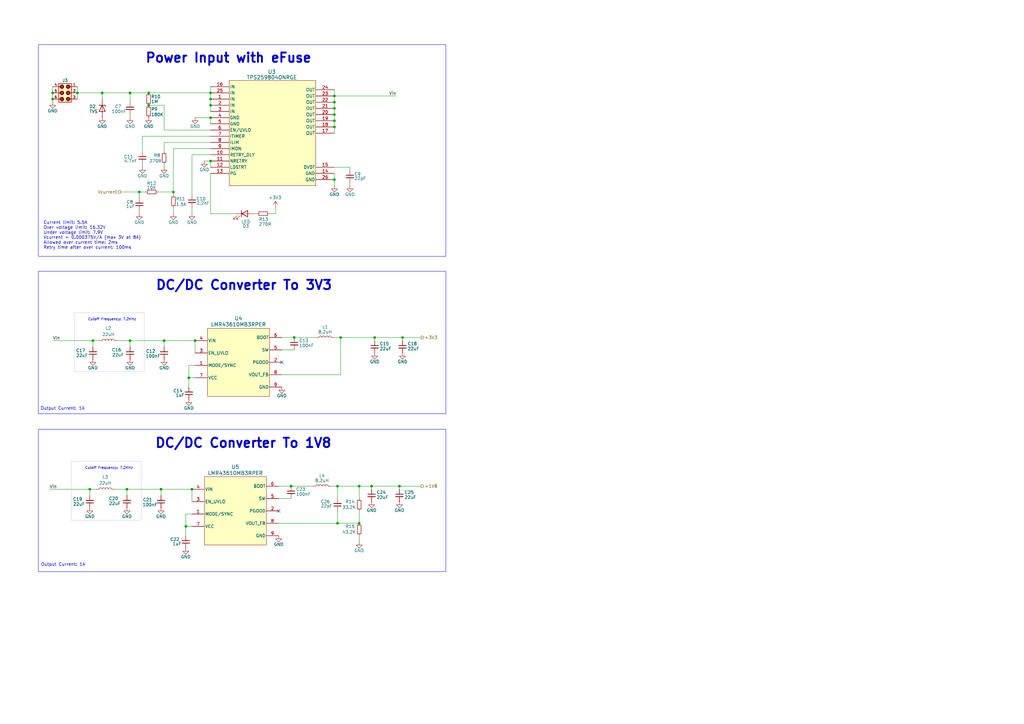
<source format=kicad_sch>
(kicad_sch (version 20231120) (generator "eeschema") (generator_version "8.0")
  (paper "A3")
  (lib_symbols
    (symbol "Device:C_Small" (pin_numbers hide) (pin_names (offset 0.254) hide)
      (property "Reference" "C" (at 0.254 1.778 0))
      (property "Value" "C_Small" (at 0.254 -2.032 0))
      (symbol "C_Small_0_1"
        (polyline (pts (xy -1.524 -0.508) (xy 1.524 -0.508)) (stroke (width 0.3302)))
        (polyline (pts (xy -1.524 0.508) (xy 1.524 0.508)) (stroke (width 0.3048)))
      )
      (symbol "C_Small_1_1"
        (pin passive line (at 0 2.54 270) (length 2.032) (name "~") (number "1"))
        (pin passive line (at 0 -2.54 90) (length 2.032) (name "~") (number "2"))
      )
    )
    (symbol "Device:L" (pin_numbers hide) (pin_names (offset 1.016) hide)
      (property "Reference" "L" (at -1.27 0 90))
      (property "Value" "L" (at 1.905 0 90))
      (symbol "L_0_1"
        (arc (start 0 -2.54) (mid 0.6323 -1.905) (end 0 -1.27))
        (arc (start 0 -1.27) (mid 0.6323 -0.635) (end 0 0))
        (arc (start 0 0) (mid 0.6323 0.635) (end 0 1.27))
        (arc (start 0 1.27) (mid 0.6323 1.905) (end 0 2.54))
      )
      (symbol "L_1_1"
        (pin passive line (at 0 3.81 270) (length 1.27) (name "1") (number "1"))
        (pin passive line (at 0 -3.81 90) (length 1.27) (name "2") (number "2"))
      )
    )
    (symbol "Device:LED" (pin_numbers hide) (pin_names (offset 1.016) hide)
      (property "Reference" "D" (at 0 2.54 0))
      (property "Value" "LED" (at 0 -2.54 0))
      (symbol "LED_0_1"
        (polyline (pts (xy -1.27 -1.27) (xy -1.27 1.27)) (stroke (width 0.254)))
        (polyline (pts (xy -1.27 0) (xy 1.27 0)))
        (polyline (pts (xy 1.27 -1.27) (xy 1.27 1.27) (xy -1.27 0) (xy 1.27 -1.27)) (stroke (width 0.254)))
        (polyline (pts (xy -3.048 -0.762) (xy -4.572 -2.286) (xy -3.81 -2.286) (xy -4.572 -2.286) (xy -4.572 -1.524)))
        (polyline (pts (xy -1.778 -0.762) (xy -3.302 -2.286) (xy -2.54 -2.286) (xy -3.302 -2.286) (xy -3.302 -1.524)))
      )
      (symbol "LED_1_1"
        (pin passive line (at -3.81 0 0) (length 2.54) (name "K") (number "1"))
        (pin passive line (at 3.81 0 180) (length 2.54) (name "A") (number "2"))
      )
    )
    (symbol "Device:R_Small" (pin_numbers hide) (pin_names (offset 0.254) hide)
      (property "Reference" "R" (at 0.762 0.508 0))
      (property "Value" "R_Small" (at 0.762 -1.016 0))
      (symbol "R_Small_0_1"
        (rectangle (start -0.762 1.778) (end 0.762 -1.778) (stroke (width 0.2032)))
      )
      (symbol "R_Small_1_1"
        (pin passive line (at 0 2.54 270) (length 0.762) (name "~") (number "1"))
        (pin passive line (at 0 -2.54 90) (length 0.762) (name "~") (number "2"))
      )
    )
    (symbol "Diode:Z3SMCxxx" (pin_numbers hide) (pin_names hide)
      (property "Reference" "D" (at 0 2.54 0))
      (property "Value" "Z3SMCxxx" (at 0 -2.54 0))
      (symbol "Z3SMCxxx_0_1"
        (polyline (pts (xy 1.27 0) (xy -1.27 0)))
        (polyline (pts (xy -1.27 -1.27) (xy -1.27 1.27) (xy -0.762 1.27)) (stroke (width 0.254)))
        (polyline (pts (xy 1.27 -1.27) (xy 1.27 1.27) (xy -1.27 0) (xy 1.27 -1.27)) (stroke (width 0.254)))
      )
      (symbol "Z3SMCxxx_1_1"
        (pin passive line (at -3.81 0 0) (length 2.54) (name "K") (number "1"))
        (pin passive line (at 3.81 0 180) (length 2.54) (name "A") (number "2"))
      )
    )
    (symbol "ichos:6490XX21122_64900621122" (pin_names (offset 1.016))
      (property "Reference" "J" (at -0.508 4.572 0))
      (symbol "6490XX21122_64900621122_0_0"
        (circle (center -1.27 -2.54) (radius 0.254) (stroke (width 0.635)))
        (circle (center -1.27 0) (radius 0.254) (stroke (width 0.635)))
        (circle (center -1.27 2.54) (radius 0.254) (stroke (width 0.635)))
        (polyline (pts (xy -1.27 -2.54) (xy -2.54 -2.54)) (stroke (width 0.254)))
        (polyline (pts (xy -1.27 0) (xy -2.54 0)) (stroke (width 0.254)))
        (polyline (pts (xy -1.27 2.54) (xy -2.54 2.54)) (stroke (width 0.254)))
        (polyline (pts (xy 1.27 -2.54) (xy 2.54 -2.54)) (stroke (width 0.254)))
        (polyline (pts (xy 1.27 0) (xy 2.54 0)) (stroke (width 0.254)))
        (polyline (pts (xy 1.27 2.54) (xy 2.54 2.54)) (stroke (width 0.254)))
        (circle (center 1.27 -2.54) (radius 0.254) (stroke (width 0.635)))
        (circle (center 1.27 0) (radius 0.254) (stroke (width 0.635)))
        (circle (center 1.27 2.54) (radius 0.254) (stroke (width 0.635)))
        (rectangle (start 2.54 -3.81) (end -2.54 3.81) (stroke (width 0.254)) (fill (type background)))
        (pin passive line (at 5.08 2.54 180) (length 2.54) (name "~") (number "1"))
        (pin passive line (at 5.08 0 180) (length 2.54) (name "~") (number "2"))
        (pin passive line (at 5.08 -2.54 180) (length 2.54) (name "~") (number "3"))
        (pin passive line (at -5.08 2.54 0) (length 2.54) (name "~") (number "4"))
        (pin passive line (at -5.08 0 0) (length 2.54) (name "~") (number "5"))
        (pin passive line (at -5.08 -2.54 0) (length 2.54) (name "~") (number "6"))
      )
    )
    (symbol "ichos:LMR43610MB3RPER" (pin_names (offset 0.254))
      (property "Reference" "U4" (at 0 17.78 0))
      (property "Value" "LMR43610MB3RPER" (at 0 15.24 0))
      (symbol "LMR43610MB3RPER_0_1"
        (pin open_collector line (at 17.78 -1.27 180) (length 5.08) (name "PGOOD") (number "2"))
        (pin input line (at -17.78 2.54 0) (length 5.08) (name "EN_UVLO") (number "3"))
        (pin power_in line (at -17.78 7.62 0) (length 5.08) (name "VIN") (number "4"))
        (pin unspecified line (at 17.78 3.81 180) (length 5.08) (name "SW") (number "5"))
        (pin unspecified line (at 17.78 8.89 180) (length 5.08) (name "BOOT") (number "6"))
        (pin power_in line (at -17.78 -7.62 0) (length 5.08) (name "VCC") (number "7"))
        (pin power_in line (at 17.78 -6.35 180) (length 5.08) (name "VOUT_FB") (number "8"))
        (pin power_in line (at 17.78 -11.43 180) (length 5.08) (name "GND") (number "9"))
      )
      (symbol "LMR43610MB3RPER_1_1"
        (rectangle (start -12.7 12.7) (end 12.7 -15.24) (fill (type background)))
        (pin unspecified line (at -17.78 -2.54 0) (length 5.08) (name "MODE/SYNC") (number "1"))
      )
    )
    (symbol "ichos:TPS259804ONRGER" (pin_names (offset 0.254))
      (property "Reference" "U3" (at 25.4 10.16 0))
      (property "Value" "TPS259804ONRGE" (at 25.4 7.62 0))
      (symbol "TPS259804ONRGER_0_1"
        (pin input line (at 0 0 0) (length 7.62) (name "IN") (number "1"))
        (pin output line (at 0 -22.86 0) (length 7.62) (name "RETRY_DLY") (number "10"))
        (pin output line (at 0 -25.4 0) (length 7.62) (name "NRETRY") (number "11"))
        (pin input line (at 0 -27.94 0) (length 7.62) (name "LDSTRT") (number "12"))
        (pin output line (at 0 -30.48 0) (length 7.62) (name "PG") (number "13"))
        (pin power_out line (at 50.8 -30.48 180) (length 7.62) (name "GND") (number "14"))
        (pin output line (at 50.8 -27.94 180) (length 7.62) (name "DVDT") (number "15"))
        (pin input line (at 0 5.08 0) (length 7.62) (name "IN") (number "16"))
        (pin output line (at 50.8 -13.97 180) (length 7.62) (name "OUT") (number "17"))
        (pin output line (at 50.8 -11.43 180) (length 7.62) (name "OUT") (number "18"))
        (pin output line (at 50.8 -8.89 180) (length 7.62) (name "OUT") (number "19"))
        (pin input line (at 0 -2.54 0) (length 7.62) (name "IN") (number "2"))
        (pin output line (at 50.8 -6.35 180) (length 7.62) (name "OUT") (number "20"))
        (pin output line (at 50.8 -3.81 180) (length 7.62) (name "OUT") (number "21"))
        (pin output line (at 50.8 -1.27 180) (length 7.62) (name "OUT") (number "22"))
        (pin output line (at 50.8 1.27 180) (length 7.62) (name "OUT") (number "23"))
        (pin output line (at 50.8 3.81 180) (length 7.62) (name "OUT") (number "24"))
        (pin input line (at 0 -5.08 0) (length 7.62) (name "IN") (number "3"))
        (pin power_out line (at 0 -7.62 0) (length 7.62) (name "GND") (number "4"))
        (pin power_out line (at 0 -10.16 0) (length 7.62) (name "GND") (number "5"))
        (pin input line (at 0 -12.7 0) (length 7.62) (name "EN/UVLO") (number "6"))
        (pin output line (at 0 -15.24 0) (length 7.62) (name "ITIMER") (number "7"))
        (pin output line (at 0 -17.78 0) (length 7.62) (name "ILIM") (number "8"))
        (pin output line (at 0 -20.32 0) (length 7.62) (name "IMON") (number "9"))
      )
      (symbol "TPS259804ONRGER_1_1"
        (rectangle (start 7.62 7.62) (end 43.18 -35.56) (fill (type background)))
        (pin power_out line (at 0 2.54 0) (length 7.62) (name "IN") (number "25"))
        (pin power_out line (at 50.8 -33.02 180) (length 7.62) (name "GND") (number "26"))
      )
    )
    (symbol "power:+3V3" (power) (pin_numbers hide) (pin_names (offset 0) hide)
      (property "Value" "+3V3" (at 0 3.556 0))
      (symbol "+3V3_0_1"
        (polyline (pts (xy -0.762 1.27) (xy 0 2.54)))
        (polyline (pts (xy 0 0) (xy 0 2.54)))
        (polyline (pts (xy 0 2.54) (xy 0.762 1.27)))
      )
      (symbol "+3V3_1_1"
        (pin power_in line (at 0 0 90) (length 0) (name "~") (number "1"))
      )
    )
    (symbol "power:GND" (power) (pin_numbers hide) (pin_names (offset 0) hide)
      (property "Value" "GND" (at 0 -3.81 0))
      (symbol "GND_0_1"
        (polyline (pts (xy 0 0) (xy 0 -1.27) (xy 1.27 -1.27) (xy 0 -2.54) (xy -1.27 -1.27) (xy 0 -1.27)))
      )
      (symbol "GND_1_1"
        (pin power_in line (at 0 0 270) (length 0) (name "~") (number "1"))
      )
    )
  )
  (junction (at 139.7 138.43))
  (junction (at 66.04 200.66))
  (junction (at 137.16 49.53))
  (junction (at 137.16 41.91))
  (junction (at 86.36 66.04))
  (junction (at 147.32 199.39))
  (junction (at 119.38 199.39))
  (junction (at 86.36 40.64))
  (junction (at 21.59 38.1))
  (junction (at 138.43 199.39))
  (junction (at 67.31 139.7))
  (junction (at 60.96 43.18))
  (junction (at 53.34 139.7))
  (junction (at 31.75 38.1))
  (junction (at 137.16 46.99))
  (junction (at 138.43 214.63))
  (junction (at 60.96 38.1))
  (junction (at 137.16 44.45))
  (junction (at 152.4 199.39))
  (junction (at 76.2 215.9))
  (junction (at 137.16 73.66))
  (junction (at 137.16 52.07))
  (junction (at 41.91 38.1))
  (junction (at 165.1 138.43))
  (junction (at 78.74 200.66))
  (junction (at 21.59 40.64))
  (junction (at 86.36 38.1))
  (junction (at 36.83 200.66))
  (junction (at 38.1 139.7))
  (junction (at 147.32 214.63))
  (junction (at 80.01 139.7))
  (junction (at 52.07 200.66))
  (junction (at 153.67 138.43))
  (junction (at 86.36 43.18))
  (junction (at 57.15 78.74))
  (junction (at 71.12 78.74))
  (junction (at 163.83 199.39))
  (junction (at 77.47 154.94))
  (junction (at 53.34 38.1))
  (junction (at 86.36 48.26))
  (junction (at 120.65 138.43))
  (junction (at 137.16 39.37))
  (no_connect (at 114.3 209.55))
  (no_connect (at 115.57 148.59))
  (wire (pts (xy 78.74 80.01) (xy 78.74 63.5)))
  (wire (pts (xy 86.36 53.34) (xy 67.31 53.34)))
  (wire (pts (xy 137.16 49.53) (xy 137.16 52.07)))
  (wire (pts (xy 152.4 200.66) (xy 152.4 199.39)))
  (wire (pts (xy 71.12 80.01) (xy 71.12 78.74)))
  (wire (pts (xy 21.59 139.7) (xy 38.1 139.7)))
  (wire (pts (xy 147.32 209.55) (xy 147.32 214.63)))
  (wire (pts (xy 137.16 73.66) (xy 137.16 76.2)))
  (wire (pts (xy 53.34 139.7) (xy 67.31 139.7)))
  (wire (pts (xy 21.59 40.64) (xy 21.59 41.91)))
  (wire (pts (xy 153.67 138.43) (xy 165.1 138.43)))
  (wire (pts (xy 147.32 199.39) (xy 152.4 199.39)))
  (wire (pts (xy 41.91 38.1) (xy 41.91 40.64)))
  (wire (pts (xy 67.31 142.24) (xy 67.31 139.7)))
  (wire (pts (xy 119.38 199.39) (xy 128.27 199.39)))
  (wire (pts (xy 67.31 58.42) (xy 86.36 58.42)))
  (wire (pts (xy 137.16 71.12) (xy 137.16 73.66)))
  (wire (pts (xy 113.03 85.09) (xy 113.03 87.63)))
  (wire (pts (xy 36.83 203.2) (xy 36.83 200.66)))
  (wire (pts (xy 76.2 210.82) (xy 76.2 215.9)))
  (wire (pts (xy 71.12 78.74) (xy 71.12 60.96)))
  (wire (pts (xy 67.31 43.18) (xy 60.96 43.18)))
  (wire (pts (xy 60.96 38.1) (xy 53.34 38.1)))
  (wire (pts (xy 137.16 44.45) (xy 137.16 46.99)))
  (wire (pts (xy 67.31 67.31) (xy 67.31 68.58)))
  (wire (pts (xy 78.74 85.09) (xy 78.74 87.63)))
  (wire (pts (xy 67.31 139.7) (xy 80.01 139.7)))
  (wire (pts (xy 53.34 139.7) (xy 53.34 142.24)))
  (wire (pts (xy 86.36 48.26) (xy 86.36 50.8)))
  (wire (pts (xy 38.1 139.7) (xy 40.64 139.7)))
  (wire (pts (xy 86.36 38.1) (xy 60.96 38.1)))
  (wire (pts (xy 66.04 200.66) (xy 78.74 200.66)))
  (wire (pts (xy 67.31 53.34) (xy 67.31 43.18)))
  (wire (pts (xy 20.32 200.66) (xy 36.83 200.66)))
  (wire (pts (xy 57.15 78.74) (xy 59.69 78.74)))
  (wire (pts (xy 36.83 200.66) (xy 39.37 200.66)))
  (wire (pts (xy 58.42 55.88) (xy 58.42 62.23)))
  (wire (pts (xy 138.43 199.39) (xy 147.32 199.39)))
  (wire (pts (xy 38.1 142.24) (xy 38.1 139.7)))
  (wire (pts (xy 143.51 69.85) (xy 143.51 68.58)))
  (wire (pts (xy 86.36 35.56) (xy 86.36 38.1)))
  (wire (pts (xy 143.51 74.93) (xy 143.51 76.2)))
  (wire (pts (xy 137.16 41.91) (xy 137.16 44.45)))
  (wire (pts (xy 143.51 68.58) (xy 137.16 68.58)))
  (wire (pts (xy 58.42 67.31) (xy 58.42 68.58)))
  (wire (pts (xy 162.56 39.37) (xy 137.16 39.37)))
  (wire (pts (xy 31.75 35.56) (xy 31.75 38.1)))
  (wire (pts (xy 53.34 48.26) (xy 53.34 46.99)))
  (wire (pts (xy 57.15 86.36) (xy 57.15 87.63)))
  (wire (pts (xy 86.36 87.63) (xy 86.36 71.12)))
  (wire (pts (xy 78.74 210.82) (xy 76.2 210.82)))
  (wire (pts (xy 49.53 78.74) (xy 57.15 78.74)))
  (wire (pts (xy 115.57 153.67) (xy 139.7 153.67)))
  (wire (pts (xy 46.99 200.66) (xy 52.07 200.66)))
  (wire (pts (xy 138.43 199.39) (xy 138.43 204.47)))
  (wire (pts (xy 78.74 200.66) (xy 78.74 205.74)))
  (wire (pts (xy 83.82 66.04) (xy 86.36 66.04)))
  (wire (pts (xy 165.1 138.43) (xy 165.1 139.7)))
  (wire (pts (xy 80.01 139.7) (xy 80.01 144.78)))
  (wire (pts (xy 163.83 199.39) (xy 163.83 200.66)))
  (wire (pts (xy 76.2 219.71) (xy 76.2 215.9)))
  (wire (pts (xy 137.16 46.99) (xy 137.16 49.53)))
  (wire (pts (xy 138.43 214.63) (xy 147.32 214.63)))
  (wire (pts (xy 115.57 138.43) (xy 120.65 138.43)))
  (wire (pts (xy 135.89 199.39) (xy 138.43 199.39)))
  (wire (pts (xy 114.3 214.63) (xy 138.43 214.63)))
  (wire (pts (xy 80.01 48.26) (xy 86.36 48.26)))
  (wire (pts (xy 137.16 52.07) (xy 137.16 54.61)))
  (wire (pts (xy 137.16 138.43) (xy 139.7 138.43)))
  (wire (pts (xy 104.14 87.63) (xy 105.41 87.63)))
  (wire (pts (xy 31.75 38.1) (xy 31.75 40.64)))
  (wire (pts (xy 86.36 66.04) (xy 86.36 68.58)))
  (wire (pts (xy 147.32 199.39) (xy 147.32 204.47)))
  (wire (pts (xy 77.47 158.75) (xy 77.47 154.94)))
  (wire (pts (xy 64.77 78.74) (xy 71.12 78.74)))
  (wire (pts (xy 86.36 45.72) (xy 86.36 43.18)))
  (wire (pts (xy 52.07 200.66) (xy 66.04 200.66)))
  (wire (pts (xy 21.59 35.56) (xy 21.59 38.1)))
  (wire (pts (xy 137.16 39.37) (xy 137.16 36.83)))
  (wire (pts (xy 153.67 139.7) (xy 153.67 138.43)))
  (wire (pts (xy 86.36 40.64) (xy 86.36 38.1)))
  (wire (pts (xy 66.04 203.2) (xy 66.04 200.66)))
  (wire (pts (xy 96.52 87.63) (xy 86.36 87.63)))
  (wire (pts (xy 114.3 199.39) (xy 119.38 199.39)))
  (wire (pts (xy 77.47 149.86) (xy 77.47 154.94)))
  (wire (pts (xy 53.34 38.1) (xy 41.91 38.1)))
  (wire (pts (xy 115.57 143.51) (xy 120.65 143.51)))
  (wire (pts (xy 120.65 138.43) (xy 129.54 138.43)))
  (wire (pts (xy 138.43 209.55) (xy 138.43 214.63)))
  (wire (pts (xy 114.3 204.47) (xy 119.38 204.47)))
  (wire (pts (xy 152.4 199.39) (xy 163.83 199.39)))
  (wire (pts (xy 139.7 138.43) (xy 153.67 138.43)))
  (wire (pts (xy 71.12 85.09) (xy 71.12 87.63)))
  (wire (pts (xy 86.36 55.88) (xy 58.42 55.88)))
  (wire (pts (xy 78.74 63.5) (xy 86.36 63.5)))
  (wire (pts (xy 80.01 149.86) (xy 77.47 149.86)))
  (wire (pts (xy 77.47 154.94) (xy 80.01 154.94)))
  (wire (pts (xy 165.1 138.43) (xy 172.72 138.43)))
  (wire (pts (xy 52.07 200.66) (xy 52.07 203.2)))
  (wire (pts (xy 31.75 38.1) (xy 41.91 38.1)))
  (wire (pts (xy 21.59 38.1) (xy 21.59 40.64)))
  (wire (pts (xy 53.34 41.91) (xy 53.34 38.1)))
  (wire (pts (xy 163.83 199.39) (xy 172.72 199.39)))
  (wire (pts (xy 67.31 62.23) (xy 67.31 58.42)))
  (wire (pts (xy 76.2 215.9) (xy 78.74 215.9)))
  (wire (pts (xy 48.26 139.7) (xy 53.34 139.7)))
  (wire (pts (xy 139.7 153.67) (xy 139.7 138.43)))
  (wire (pts (xy 86.36 43.18) (xy 86.36 40.64)))
  (wire (pts (xy 137.16 39.37) (xy 137.16 41.91)))
  (wire (pts (xy 147.32 219.71) (xy 147.32 222.25)))
  (wire (pts (xy 113.03 87.63) (xy 110.49 87.63)))
  (wire (pts (xy 57.15 81.28) (xy 57.15 78.74)))
  (wire (pts (xy 71.12 60.96) (xy 86.36 60.96)))
  (rectangle (start 29.21 189.23) (end 57.912 213.36) (stroke (width 0) (type dot)))
  (rectangle (start 30.48 128.27) (end 59.182 152.4) (stroke (width 0) (type dot)))
  (rectangle (start 15.748 18.288) (end 182.88 105.156))
  (rectangle (start 15.748 176.022) (end 182.88 234.442))
  (rectangle (start 15.748 111.252) (end 182.88 169.672))
  (text "Cutoff Frequency: 7.2KHz" (at 45.974 131.064 0) (effects (font (size 1.016 1.016))))
  (text "DC/DC Converter To 3V3" (at 100.076 117.094 0) (effects (font (size 3.81 3.81) (thickness 0.762) (bold yes))))
  (text "Output Current: 1A" (at 25.908 231.648 0) (effects (font (size 1.27 1.27))))
  (text "DC/DC Converter To 1V8" (at 99.822 181.864 0) (effects (font (size 3.81 3.81) (thickness 0.762) (bold yes))))
  (text "Current limit: 5.5A\nOver voltage limit: 16.32V\nUnder voltage limit: 7.9V\nVcurrent = 0.000375V/A (max 3V at 8A)\nAllowed over current time: 2ms\nRetry time after over current: 100ms" (at 17.78 96.52 0) (effects (font (size 1.27 1.27)) (justify left)))
  (text "Power Input with eFuse" (at 93.726 23.876 0) (effects (font (size 3.81 3.81) (thickness 0.762) (bold yes))))
  (text "Output Current: 1A" (at 25.654 167.64 0) (effects (font (size 1.27 1.27))))
  (text "Cutoff Frequency: 7.2KHz" (at 44.704 192.024 0) (effects (font (size 1.016 1.016))))
  (label "Vin" (at 162.56 39.37 180))
  (label "Vin" (at 21.59 139.7 0))
  (label "Vin" (at 20.32 200.66 0))
  (hierarchical_label "+1V8" (shape output) (at 172.72 199.39 0))
  (hierarchical_label "+3V3" (shape output) (at 172.72 138.43 0))
  (hierarchical_label "Vcurrent" (shape output) (at 49.53 78.74 180))
  (symbol (lib_id "Device:R_Small") (at 71.12 82.55 0) (unit 1)
    (property "Reference" "R11" (at 72.136 81.534 0) (effects (justify left)))
    (property "Value" "1.5K" (at 72.136 83.82 0) (effects (justify left)))
    (property "Footprint" "Resistor_SMD:R_0402_1005Metric" (effects (hide yes)))
    (property "Description" "Resistor, small symbol" (effects (hide yes)))
    (property "Rating" "1%" (effects (hide yes)))
    (property "Vendor" "https://eu.mouser.com/ProductDetail/YAGEO/RC0402FR-7D1K5L?qs=sGAEpiMZZMvdGkrng054tz1y1XEHv7sNLgcrBSSCgo8kujU7M6JZCQ%3D%3D" (effects (hide yes)))
  )
  (symbol (lib_id "Device:C_Small") (at 153.67 142.24 0) (unit 1)
    (property "Reference" "C15" (at 155.702 140.97 0) (effects (justify left)))
    (property "Value" "22uF" (at 155.702 143.002 0) (effects (justify left)))
    (property "Footprint" "Capacitor_SMD:C_1206_3216Metric" (effects (hide yes)))
    (property "Description" "Unpolarized capacitor, small symbol" (effects (hide yes)))
    (property "Rating" "25VDC 10% X7R" (effects (hide yes)))
    (property "Vendor" "https://eu.mouser.com/ProductDetail/Samsung-Electro-Mechanics/CL32B226KAJNNNE?qs=349EhDEZ59oxUqah7LWaWw%3D%3D" (effects (hide yes)))
  )
  (symbol (lib_id "Device:C_Small") (at 163.83 203.2 0) (unit 1)
    (property "Reference" "C25" (at 165.862 201.93 0) (effects (justify left)))
    (property "Value" "22uF" (at 165.862 203.962 0) (effects (justify left)))
    (property "Footprint" "Capacitor_SMD:C_1206_3216Metric" (effects (hide yes)))
    (property "Description" "Unpolarized capacitor, small symbol" (effects (hide yes)))
    (property "Rating" "25VDC 10% X7R" (effects (hide yes)))
    (property "Vendor" "https://eu.mouser.com/ProductDetail/Samsung-Electro-Mechanics/CL32B226KAJNNNE?qs=349EhDEZ59oxUqah7LWaWw%3D%3D" (effects (hide yes)))
  )
  (symbol (lib_id "Device:C_Small") (at 66.04 205.74 180) (unit 1)
    (property "Reference" "C21" (at 62.484 204.978 0) (effects (justify left)))
    (property "Value" "100nF" (at 64.516 207.01 0) (effects (justify left)))
    (property "Footprint" "Capacitor_SMD:C_0402_1005Metric" (effects (hide yes)))
    (property "Description" "Unpolarized capacitor, small symbol" (effects (hide yes)))
    (property "Rating" "50VDC 10% X7R" (effects (hide yes)))
    (property "Vendor" "https://eu.mouser.com/ProductDetail/KYOCERA-AVX/KAM15AR71H104KT?qs=Jm2GQyTW%2Fbh2%2FGRPGE98wA%3D%3D" (effects (hide yes)))
  )
  (symbol (lib_id "power:GND") (at 67.31 147.32 0) (unit 1)
    (property "Reference" "#PWR035" (effects (hide yes)))
    (property "Value" "GND" (at 67.31 150.876 0))
    (property "Description" "Power symbol creates a global label with name \"GND\" , ground" (effects (hide yes)))
  )
  (symbol (lib_id "power:GND") (at 53.34 48.26 0) (unit 1)
    (property "Reference" "#PWR021" (effects (hide yes)))
    (property "Value" "GND" (at 53.34 51.816 0))
    (property "Description" "Power symbol creates a global label with name \"GND\" , ground" (effects (hide yes)))
  )
  (symbol (lib_id "Device:R_Small") (at 60.96 40.64 0) (unit 1)
    (property "Reference" "R10" (at 61.976 39.624 0) (effects (justify left)))
    (property "Value" "1M" (at 61.976 41.656 0) (effects (justify left)))
    (property "Footprint" "Resistor_SMD:R_0402_1005Metric" (effects (hide yes)))
    (property "Description" "Resistor, small symbol" (effects (hide yes)))
    (property "Rating" "1%" (effects (hide yes)))
    (property "Vendor" "https://eu.mouser.com/ProductDetail/Vishay-Dale/CRCW04021M00FKEDC?qs=sGAEpiMZZMvdGkrng054t8r8AhKhXLMmarsLj82pc8NnUD3sE0K8gw%3D%3D" (effects (hide yes)))
  )
  (symbol (lib_id "Device:R_Small") (at 60.96 45.72 0) (unit 1)
    (property "Reference" "R9" (at 61.976 44.704 0) (effects (justify left)))
    (property "Value" "180K" (at 61.976 46.99 0) (effects (justify left)))
    (property "Footprint" "Resistor_SMD:R_0402_1005Metric" (effects (hide yes)))
    (property "Description" "Resistor, small symbol" (effects (hide yes)))
    (property "Rating" "1%" (effects (hide yes)))
    (property "Vendor" "https://eu.mouser.com/ProductDetail/Vishay-Dale/CRCW0402180KFKEDC?qs=sGAEpiMZZMvdGkrng054t8r8AhKhXLMmRvVZSOI3QYtuJXZaOJdOvg%3D%3D" (effects (hide yes)))
  )
  (symbol (lib_id "power:GND") (at 165.1 144.78 0) (unit 1)
    (property "Reference" "#PWR038" (effects (hide yes)))
    (property "Value" "GND" (at 165.1 148.336 0))
    (property "Description" "Power symbol creates a global label with name \"GND\" , ground" (effects (hide yes)))
  )
  (symbol (lib_id "Device:C_Small") (at 120.65 140.97 0) (unit 1)
    (property "Reference" "C13" (at 122.682 139.7 0) (effects (justify left)))
    (property "Value" "100nF" (at 122.682 141.732 0) (effects (justify left)))
    (property "Footprint" "Capacitor_SMD:C_0402_1005Metric" (effects (hide yes)))
    (property "Description" "Unpolarized capacitor, small symbol" (effects (hide yes)))
    (property "Rating" "50VDC 10% X7R" (effects (hide yes)))
    (property "Vendor" "https://eu.mouser.com/ProductDetail/KYOCERA-AVX/KAM15AR71H104KT?qs=Jm2GQyTW%2Fbh2%2FGRPGE98wA%3D%3D" (effects (hide yes)))
  )
  (symbol (lib_id "Device:R_Small") (at 62.23 78.74 270) (unit 1)
    (property "Reference" "R12" (at 60.198 75.184 90) (effects (justify left)))
    (property "Value" "10K" (at 60.198 76.962 90) (effects (justify left)))
    (property "Footprint" "Resistor_SMD:R_0402_1005Metric" (effects (hide yes)))
    (property "Description" "Resistor, small symbol" (effects (hide yes)))
    (property "Rating" "1%" (effects (hide yes)))
    (property "Vendor" "https://eu.mouser.com/ProductDetail/Vishay-Dale/CRCW040210K0FKEDC?qs=sGAEpiMZZMvdGkrng054t8r8AhKhXLMmRzRvL6rLfpm%252B44%252BFlSmM9Q%3D%3D" (effects (hide yes)))
  )
  (symbol (lib_id "power:GND") (at 52.07 208.28 0) (unit 1)
    (property "Reference" "#PWR040" (effects (hide yes)))
    (property "Value" "GND" (at 52.07 211.836 0))
    (property "Description" "Power symbol creates a global label with name \"GND\" , ground" (effects (hide yes)))
  )
  (symbol (lib_id "Device:C_Small") (at 77.47 161.29 180) (unit 1)
    (property "Reference" "C14" (at 74.93 160.274 0) (effects (justify left)))
    (property "Value" "1uF" (at 75.692 162.052 0) (effects (justify left)))
    (property "Footprint" "Capacitor_SMD:C_0603_1608Metric" (effects (hide yes)))
    (property "Description" "Unpolarized capacitor, small symbol" (effects (hide yes)))
    (property "Rating" "50VDC 10% X7R" (effects (hide yes)))
    (property "Vendor" "https://eu.mouser.com/ProductDetail/Samsung-Electro-Mechanics/CL10B105KB8NQNC?qs=Jm2GQyTW%2FbjBq1uiSyA2AQ%3D%3D" (effects (hide yes)))
  )
  (symbol (lib_id "Device:L") (at 43.18 200.66 90) (unit 1)
    (property "Reference" "L3" (at 43.18 195.58 90))
    (property "Value" "22uH" (at 43.18 198.12 90))
    (property "Footprint" "ichos:744053220" (effects (hide yes)))
    (property "Datasheet" "https://www.we-online.com/components/products/datasheet/744053220.pdf" (effects (hide yes)))
    (property "Description" "Inductor" (effects (hide yes)))
    (property "Vendor" "WE: 744053220" (effects (hide yes)))
  )
  (symbol (lib_id "power:GND") (at 137.16 76.2 0) (unit 1)
    (property "Reference" "#PWR026" (effects (hide yes)))
    (property "Value" "GND" (at 137.16 79.756 0))
    (property "Description" "Power symbol creates a global label with name \"GND\" , ground" (effects (hide yes)))
  )
  (symbol (lib_id "power:GND") (at 66.04 208.28 0) (unit 1)
    (property "Reference" "#PWR041" (effects (hide yes)))
    (property "Value" "GND" (at 66.04 211.836 0))
    (property "Description" "Power symbol creates a global label with name \"GND\" , ground" (effects (hide yes)))
  )
  (symbol (lib_id "power:GND") (at 153.67 144.78 0) (unit 1)
    (property "Reference" "#PWR034" (effects (hide yes)))
    (property "Value" "GND" (at 153.67 148.336 0))
    (property "Description" "Power symbol creates a global label with name \"GND\" , ground" (effects (hide yes)))
  )
  (symbol (lib_id "Device:C_Small") (at 78.74 82.55 0) (unit 1)
    (property "Reference" "C10" (at 80.518 81.534 0) (effects (justify left)))
    (property "Value" "2.2nF" (at 80.518 83.312 0) (effects (justify left)))
    (property "Footprint" "Capacitor_SMD:C_0402_1005Metric" (effects (hide yes)))
    (property "Description" "Unpolarized capacitor, small symbol" (effects (hide yes)))
    (property "Rating" "50V 10% X7R" (effects (hide yes)))
    (property "Vendor" "https://eu.mouser.com/ProductDetail/TDK/C1005X7R1H222K050BA?qs=NRhsANhppD9DKOaxmnLFog%3D%3D" (effects (hide yes)))
  )
  (symbol (lib_id "power:GND") (at 67.31 68.58 0) (unit 1)
    (property "Reference" "#PWR019" (effects (hide yes)))
    (property "Value" "GND" (at 67.31 72.136 0))
    (property "Description" "Power symbol creates a global label with name \"GND\" , ground" (effects (hide yes)))
  )
  (symbol (lib_id "power:GND") (at 80.01 48.26 0) (unit 1)
    (property "Reference" "#PWR030" (effects (hide yes)))
    (property "Value" "GND" (at 80.01 51.816 0))
    (property "Description" "Power symbol creates a global label with name \"GND\" , ground" (effects (hide yes)))
  )
  (symbol (lib_id "Device:C_Small") (at 58.42 64.77 0) (unit 1)
    (property "Reference" "C11" (at 50.8 64.262 0) (effects (justify left)))
    (property "Value" "4.7nF" (at 50.8 66.04 0) (effects (justify left)))
    (property "Footprint" "Capacitor_SMD:C_0402_1005Metric" (effects (hide yes)))
    (property "Description" "Unpolarized capacitor, small symbol" (effects (hide yes)))
    (property "Rating" "50V 5% X7R" (effects (hide yes)))
    (property "Vendor" "https://eu.mouser.com/ProductDetail/YAGEO/CC0402JRX7R9BB472?qs=7s%252B3O6pAiyBG5m5Utyk2rw%3D%3D" (effects (hide yes)))
  )
  (symbol (lib_id "power:GND") (at 21.59 41.91 0) (unit 1)
    (property "Reference" "#PWR048" (effects (hide yes)))
    (property "Value" "GND" (at 21.59 45.466 0))
    (property "Description" "Power symbol creates a global label with name \"GND\" , ground" (effects (hide yes)))
  )
  (symbol (lib_id "power:GND") (at 71.12 87.63 0) (unit 1)
    (property "Reference" "#PWR023" (effects (hide yes)))
    (property "Value" "GND" (at 71.12 91.186 0))
    (property "Description" "Power symbol creates a global label with name \"GND\" , ground" (effects (hide yes)))
  )
  (symbol (lib_id "power:GND") (at 38.1 147.32 0) (unit 1)
    (property "Reference" "#PWR037" (effects (hide yes)))
    (property "Value" "GND" (at 38.1 150.876 0))
    (property "Description" "Power symbol creates a global label with name \"GND\" , ground" (effects (hide yes)))
  )
  (symbol (lib_id "power:GND") (at 114.3 219.71 0) (unit 1)
    (property "Reference" "#PWR043" (effects (hide yes)))
    (property "Value" "GND" (at 114.3 223.266 0))
    (property "Description" "Power symbol creates a global label with name \"GND\" , ground" (effects (hide yes)))
  )
  (symbol (lib_id "ichos:TPS259804ONRGER") (at 86.36 40.64 0) (unit 1)
    (property "Reference" "U3" (at 111.506 29.464 0) (effects (font (size 1.524 1.524))))
    (property "Value" "TPS259804ONRGE" (at 111.506 31.75 0) (effects (font (size 1.524 1.524))))
    (property "Footprint" "ichos:TPS259804ONRGER" (effects (hide yes)))
    (property "Datasheet" "https://www.ti.com/lit/ds/symlink/tps25980.pdf?ts=1728155394790&ref_url=https%253A%252F%252Fwww.ti.com%252Fproduct%252FTPS25980" (effects (hide yes)))
    (property "Description" "Hot Swap Voltage Controllers 2.7-V to 24-V, 8-A, 3-mohm smart eFuse with adjustable transient fault management" (effects (hide yes)))
    (property "Vendor" "https://eu.mouser.com/ProductDetail/Texas-Instruments/TPS259804ONRGER?qs=hWgE7mdIu5Sl5MK8GP%2FeqA%3D%3D" (effects (hide yes)))
  )
  (symbol (lib_id "Device:C_Small") (at 57.15 83.82 180) (unit 1)
    (property "Reference" "C8" (at 54.61 82.804 0) (effects (justify left)))
    (property "Value" "1uF" (at 55.372 84.582 0) (effects (justify left)))
    (property "Footprint" "Capacitor_SMD:C_0603_1608Metric" (effects (hide yes)))
    (property "Description" "Unpolarized capacitor, small symbol" (effects (hide yes)))
    (property "Rating" "50VDC 10% X7R" (effects (hide yes)))
    (property "Vendor" "https://eu.mouser.com/ProductDetail/Samsung-Electro-Mechanics/CL10B105KB8NQNC?qs=Jm2GQyTW%2FbjBq1uiSyA2AQ%3D%3D" (effects (hide yes)))
  )
  (symbol (lib_id "Device:C_Small") (at 143.51 72.39 0) (unit 1)
    (property "Reference" "C9" (at 145.288 71.374 0) (effects (justify left)))
    (property "Value" "22pF" (at 145.288 73.152 0) (effects (justify left)))
    (property "Footprint" "Capacitor_SMD:C_0402_1005Metric" (effects (hide yes)))
    (property "Description" "Unpolarized capacitor, small symbol" (effects (hide yes)))
    (property "Rating" "100V 2% C0G" (effects (hide yes)))
    (property "Vendor" "https://eu.mouser.com/ProductDetail/Walsin/0402N220G101CT?qs=ZrPdAQfJ6DPfZDVwWbE5MA%3D%3D" (effects (hide yes)))
  )
  (symbol (lib_id "power:GND") (at 152.4 205.74 0) (unit 1)
    (property "Reference" "#PWR044" (effects (hide yes)))
    (property "Value" "GND" (at 152.4 209.296 0))
    (property "Description" "Power symbol creates a global label with name \"GND\" , ground" (effects (hide yes)))
  )
  (symbol (lib_id "power:GND") (at 147.32 222.25 0) (unit 1)
    (property "Reference" "#PWR047" (effects (hide yes)))
    (property "Value" "GND" (at 147.32 225.806 0))
    (property "Description" "Power symbol creates a global label with name \"GND\" , ground" (effects (hide yes)))
  )
  (symbol (lib_id "Device:C_Small") (at 76.2 222.25 180) (unit 1)
    (property "Reference" "C22" (at 73.66 221.234 0) (effects (justify left)))
    (property "Value" "1uF" (at 74.422 223.012 0) (effects (justify left)))
    (property "Footprint" "Capacitor_SMD:C_0603_1608Metric" (effects (hide yes)))
    (property "Description" "Unpolarized capacitor, small symbol" (effects (hide yes)))
    (property "Rating" "50VDC 10% X7R" (effects (hide yes)))
    (property "Vendor" "https://eu.mouser.com/ProductDetail/Samsung-Electro-Mechanics/CL10B105KB8NQNC?qs=Jm2GQyTW%2FbjBq1uiSyA2AQ%3D%3D" (effects (hide yes)))
  )
  (symbol (lib_id "Device:L") (at 133.35 138.43 90) (unit 1)
    (property "Reference" "L1" (at 133.35 134.112 90))
    (property "Value" "8.2uH" (at 133.35 136.144 90))
    (property "Footprint" "ichos:744042008" (effects (hide yes)))
    (property "Datasheet" "https://www.we-online.com/components/products/datasheet/744042008.pdf" (effects (hide yes)))
    (property "Description" "Inductor" (effects (hide yes)))
    (property "Vendor" "WE: 744042008" (effects (hide yes)))
  )
  (symbol (lib_id "power:GND") (at 57.15 87.63 0) (unit 1)
    (property "Reference" "#PWR024" (effects (hide yes)))
    (property "Value" "GND" (at 57.15 91.186 0))
    (property "Description" "Power symbol creates a global label with name \"GND\" , ground" (effects (hide yes)))
  )
  (symbol (lib_id "Device:C_Small") (at 165.1 142.24 0) (unit 1)
    (property "Reference" "C18" (at 167.132 140.97 0) (effects (justify left)))
    (property "Value" "22uF" (at 167.132 143.002 0) (effects (justify left)))
    (property "Footprint" "Capacitor_SMD:C_1206_3216Metric" (effects (hide yes)))
    (property "Description" "Unpolarized capacitor, small symbol" (effects (hide yes)))
    (property "Rating" "25VDC 10% X7R" (effects (hide yes)))
    (property "Vendor" "https://eu.mouser.com/ProductDetail/Samsung-Electro-Mechanics/CL32B226KAJNNNE?qs=349EhDEZ59oxUqah7LWaWw%3D%3D" (effects (hide yes)))
  )
  (symbol (lib_id "Device:C_Small") (at 152.4 203.2 0) (unit 1)
    (property "Reference" "C24" (at 154.432 201.93 0) (effects (justify left)))
    (property "Value" "22uF" (at 154.432 203.962 0) (effects (justify left)))
    (property "Footprint" "Capacitor_SMD:C_1206_3216Metric" (effects (hide yes)))
    (property "Description" "Unpolarized capacitor, small symbol" (effects (hide yes)))
    (property "Rating" "25VDC 10% X7R" (effects (hide yes)))
    (property "Vendor" "https://eu.mouser.com/ProductDetail/Samsung-Electro-Mechanics/CL32B226KAJNNNE?qs=349EhDEZ59oxUqah7LWaWw%3D%3D" (effects (hide yes)))
  )
  (symbol (lib_id "Device:R_Small") (at 107.95 87.63 270) (unit 1)
    (property "Reference" "R13" (at 106.172 89.916 90) (effects (justify left)))
    (property "Value" "270R" (at 106.172 91.948 90) (effects (justify left)))
    (property "Footprint" "Resistor_SMD:R_0402_1005Metric" (effects (hide yes)))
    (property "Description" "Resistor, small symbol" (effects (hide yes)))
    (property "Rating" "1%" (effects (hide yes)))
    (property "Vendor" "https://eu.mouser.com/ProductDetail/TE-Connectivity-Holsworthy/CRGCQ0402F270R?qs=sGAEpiMZZMvdGkrng054tz1y1XEHv7sN3y0GqixKbhsyb5sb00yFNg%3D%3D" (effects (hide yes)))
  )
  (symbol (lib_id "Device:LED") (at 100.33 87.63 0) (unit 1)
    (property "Reference" "D3" (at 100.838 92.71 0))
    (property "Value" "LED" (at 100.838 90.932 0))
    (property "Footprint" "LED_SMD:LED_0603_1608Metric" (effects (hide yes)))
    (property "Datasheet" "https://www.we-online.com/components/products/datasheet/150060VS75003.pdf" (effects (hide yes)))
    (property "Description" "Light emitting diode bright green" (effects (hide yes)))
    (property "Vendor" "WE: 150060VS75003" (effects (hide yes)))
  )
  (symbol (lib_id "power:GND") (at 78.74 87.63 0) (unit 1)
    (property "Reference" "#PWR028" (effects (hide yes)))
    (property "Value" "GND" (at 78.74 91.186 0))
    (property "Description" "Power symbol creates a global label with name \"GND\" , ground" (effects (hide yes)))
  )
  (symbol (lib_id "ichos:LMR43610MB3RPER") (at 96.52 208.28 0) (unit 1)
    (property "Reference" "U5" (at 96.52 191.516 0) (effects (font (size 1.524 1.524))))
    (property "Value" "LMR43610MB3RPER" (at 96.52 194.056 0) (effects (font (size 1.524 1.524))))
    (property "Footprint" "ichos:LMR43610MB3RPER" (effects (hide yes)))
    (property "Datasheet" "https://www.ti.com/lit/ds/symlink/lmr43610.pdf?ts=1728308598383" (effects (hide yes)))
    (property "Description" "Switching Voltage Regulators 3-V to 36-V, 1-A low-EMI synchronous buck regulator with low IQ 9-VQFN-HR -40 to 150" (effects (hide yes)))
    (property "Vendor" "https://eu.mouser.com/ProductDetail/Texas-Instruments/LMR43610MB3RPER?qs=11PymoJGorI4gzApBjz1nQ%3D%3D" (effects (hide yes)))
  )
  (symbol (lib_id "power:GND") (at 83.82 66.04 0) (unit 1)
    (property "Reference" "#PWR018" (effects (hide yes)))
    (property "Value" "GND" (at 83.82 69.596 0))
    (property "Description" "Power symbol creates a global label with name \"GND\" , ground" (effects (hide yes)))
  )
  (symbol (lib_id "power:+3V3") (at 113.03 85.09 0) (unit 1)
    (property "Reference" "#PWR029" (effects (hide yes)))
    (property "Value" "+3V3" (at 112.776 81.026 0))
    (property "Description" "Power symbol creates a global label with name \"+3V3\"" (effects (hide yes)))
  )
  (symbol (lib_id "power:GND") (at 115.57 158.75 0) (unit 1)
    (property "Reference" "#PWR031" (effects (hide yes)))
    (property "Value" "GND" (at 115.57 162.306 0))
    (property "Description" "Power symbol creates a global label with name \"GND\" , ground" (effects (hide yes)))
  )
  (symbol (lib_id "power:GND") (at 143.51 76.2 0) (unit 1)
    (property "Reference" "#PWR025" (effects (hide yes)))
    (property "Value" "GND" (at 143.51 79.756 0))
    (property "Description" "Power symbol creates a global label with name \"GND\" , ground" (effects (hide yes)))
  )
  (symbol (lib_id "Device:R_Small") (at 67.31 64.77 180) (unit 1)
    (property "Reference" "R8" (at 65.786 63.754 0) (effects (justify left)))
    (property "Value" "270R" (at 66.294 66.04 0) (effects (justify left)))
    (property "Footprint" "Resistor_SMD:R_0402_1005Metric" (effects (hide yes)))
    (property "Description" "Resistor, small symbol" (effects (hide yes)))
    (property "Rating" "1%" (effects (hide yes)))
    (property "Vendor" "https://eu.mouser.com/ProductDetail/TE-Connectivity-Holsworthy/CRGCQ0402F270R?qs=sGAEpiMZZMvdGkrng054tz1y1XEHv7sN3y0GqixKbhsyb5sb00yFNg%3D%3D" (effects (hide yes)))
  )
  (symbol (lib_id "power:GND") (at 163.83 205.74 0) (unit 1)
    (property "Reference" "#PWR046" (effects (hide yes)))
    (property "Value" "GND" (at 163.83 209.296 0))
    (property "Description" "Power symbol creates a global label with name \"GND\" , ground" (effects (hide yes)))
  )
  (symbol (lib_id "Device:C_Small") (at 38.1 144.78 180) (unit 1)
    (property "Reference" "C17" (at 35.052 143.764 0) (effects (justify left)))
    (property "Value" "22uF" (at 36.068 145.796 0) (effects (justify left)))
    (property "Footprint" "Capacitor_SMD:C_1206_3216Metric" (effects (hide yes)))
    (property "Description" "Unpolarized capacitor, small symbol" (effects (hide yes)))
    (property "Rating" "25VDC 10% X7R" (effects (hide yes)))
    (property "Vendor" "https://eu.mouser.com/ProductDetail/Samsung-Electro-Mechanics/CL32B226KAJNNNE?qs=349EhDEZ59oxUqah7LWaWw%3D%3D" (effects (hide yes)))
  )
  (symbol (lib_id "Device:C_Small") (at 53.34 44.45 180) (unit 1)
    (property "Reference" "C7" (at 49.784 43.688 0) (effects (justify left)))
    (property "Value" "100nF" (at 51.816 45.72 0) (effects (justify left)))
    (property "Footprint" "Capacitor_SMD:C_0402_1005Metric" (effects (hide yes)))
    (property "Description" "Unpolarized capacitor, small symbol" (effects (hide yes)))
    (property "Rating" "50VDC 10% X7R" (effects (hide yes)))
    (property "Vendor" "https://eu.mouser.com/ProductDetail/KYOCERA-AVX/KAM15AR71H104KT?qs=Jm2GQyTW%2Fbh2%2FGRPGE98wA%3D%3D" (effects (hide yes)))
  )
  (symbol (lib_id "power:GND") (at 60.96 48.26 0) (unit 1)
    (property "Reference" "#PWR022" (effects (hide yes)))
    (property "Value" "GND" (at 60.96 51.816 0))
    (property "Description" "Power symbol creates a global label with name \"GND\" , ground" (effects (hide yes)))
  )
  (symbol (lib_id "power:GND") (at 77.47 163.83 0) (unit 1)
    (property "Reference" "#PWR032" (effects (hide yes)))
    (property "Value" "GND" (at 77.47 167.386 0))
    (property "Description" "Power symbol creates a global label with name \"GND\" , ground" (effects (hide yes)))
  )
  (symbol (lib_id "power:GND") (at 53.34 147.32 0) (unit 1)
    (property "Reference" "#PWR036" (effects (hide yes)))
    (property "Value" "GND" (at 53.34 150.876 0))
    (property "Description" "Power symbol creates a global label with name \"GND\" , ground" (effects (hide yes)))
  )
  (symbol (lib_id "ichos:6490XX21122_64900621122") (at 26.67 38.1 0) (unit 1)
    (property "Reference" "J3" (at 26.67 33.02 0))
    (property "Value" "64900621122" (effects (hide yes)))
    (property "Footprint" "ichos:64900621122" (effects (hide yes)))
    (property "Vendor" "WE: 64900621122" (effects (hide yes)))
  )
  (symbol (lib_id "Device:C_Small") (at 119.38 201.93 0) (unit 1)
    (property "Reference" "C23" (at 121.412 200.66 0) (effects (justify left)))
    (property "Value" "100nF" (at 121.412 202.692 0) (effects (justify left)))
    (property "Footprint" "Capacitor_SMD:C_0402_1005Metric" (effects (hide yes)))
    (property "Description" "Unpolarized capacitor, small symbol" (effects (hide yes)))
    (property "Rating" "50VDC 10% X7R" (effects (hide yes)))
    (property "Vendor" "https://eu.mouser.com/ProductDetail/KYOCERA-AVX/KAM15AR71H104KT?qs=Jm2GQyTW%2Fbh2%2FGRPGE98wA%3D%3D" (effects (hide yes)))
  )
  (symbol (lib_id "ichos:LMR43610MB3RPER") (at 97.79 147.32 0) (unit 1)
    (property "Reference" "U4" (at 97.79 130.556 0) (effects (font (size 1.524 1.524))))
    (property "Value" "LMR43610MB3RPER" (at 97.79 133.096 0) (effects (font (size 1.524 1.524))))
    (property "Footprint" "ichos:LMR43610MB3RPER" (effects (hide yes)))
    (property "Datasheet" "https://www.ti.com/lit/ds/symlink/lmr43610.pdf?ts=1728308598383" (effects (hide yes)))
    (property "Description" "Switching Voltage Regulators 3-V to 36-V, 1-A low-EMI synchronous buck regulator with low IQ 9-VQFN-HR -40 to 150" (effects (hide yes)))
    (property "Vendor" "https://eu.mouser.com/ProductDetail/Texas-Instruments/LMR43610MB3RPER?qs=11PymoJGorI4gzApBjz1nQ%3D%3D" (effects (hide yes)))
  )
  (symbol (lib_id "power:GND") (at 76.2 224.79 0) (unit 1)
    (property "Reference" "#PWR042" (effects (hide yes)))
    (property "Value" "GND" (at 76.2 228.346 0))
    (property "Description" "Power symbol creates a global label with name \"GND\" , ground" (effects (hide yes)))
  )
  (symbol (lib_id "Device:L") (at 44.45 139.7 90) (unit 1)
    (property "Reference" "L2" (at 44.45 134.62 90))
    (property "Value" "22uH" (at 44.45 137.16 90))
    (property "Footprint" "ichos:744053220" (effects (hide yes)))
    (property "Datasheet" "https://www.we-online.com/components/products/datasheet/744053220.pdf" (effects (hide yes)))
    (property "Description" "Inductor" (effects (hide yes)))
    (property "Vendor" "WE: 744053220" (effects (hide yes)))
  )
  (symbol (lib_id "Device:L") (at 132.08 199.39 90) (unit 1)
    (property "Reference" "L4" (at 132.08 195.072 90))
    (property "Value" "8.2uH" (at 132.08 197.104 90))
    (property "Footprint" "ichos:744042008" (effects (hide yes)))
    (property "Datasheet" "https://www.we-online.com/components/products/datasheet/744042008.pdf" (effects (hide yes)))
    (property "Description" "Inductor" (effects (hide yes)))
    (property "Vendor" "WE: 744042008" (effects (hide yes)))
  )
  (symbol (lib_id "Device:R_Small") (at 147.32 207.01 180) (unit 1)
    (property "Reference" "R14" (at 145.542 205.74 0) (effects (justify left)))
    (property "Value" "33.2K" (at 146.05 208.026 0) (effects (justify left)))
    (property "Footprint" "Resistor_SMD:R_0402_1005Metric" (effects (hide yes)))
    (property "Description" "Resistor, small symbol" (effects (hide yes)))
    (property "Rating" "1%" (effects (hide yes)))
    (property "Vendor" "https://eu.mouser.com/ProductDetail/Kamaya/RMC1-16SK3322FTH?qs=sGAEpiMZZMvdGkrng054t7UQjkT0ebsm8eWkc4%2FFk9BrH77qYGKorQ%3D%3D" (effects (hide yes)))
  )
  (symbol (lib_id "power:GND") (at 58.42 68.58 0) (unit 1)
    (property "Reference" "#PWR027" (effects (hide yes)))
    (property "Value" "GND" (at 58.42 72.136 0))
    (property "Description" "Power symbol creates a global label with name \"GND\" , ground" (effects (hide yes)))
  )
  (symbol (lib_id "Device:C_Small") (at 53.34 144.78 180) (unit 1)
    (property "Reference" "C16" (at 49.784 143.51 0) (effects (justify left)))
    (property "Value" "22uF" (at 50.8 145.542 0) (effects (justify left)))
    (property "Footprint" "Capacitor_SMD:C_1206_3216Metric" (effects (hide yes)))
    (property "Description" "Unpolarized capacitor, small symbol" (effects (hide yes)))
    (property "Rating" "25VDC 10% X7R" (effects (hide yes)))
    (property "Vendor" "https://eu.mouser.com/ProductDetail/Samsung-Electro-Mechanics/CL32B226KAJNNNE?qs=349EhDEZ59oxUqah7LWaWw%3D%3D" (effects (hide yes)))
  )
  (symbol (lib_id "Device:C_Small") (at 52.07 205.74 180) (unit 1)
    (property "Reference" "C20" (at 48.514 204.47 0) (effects (justify left)))
    (property "Value" "22uF" (at 49.53 206.502 0) (effects (justify left)))
    (property "Footprint" "Capacitor_SMD:C_1206_3216Metric" (effects (hide yes)))
    (property "Description" "Unpolarized capacitor, small symbol" (effects (hide yes)))
    (property "Rating" "25VDC 10% X7R" (effects (hide yes)))
    (property "Vendor" "https://eu.mouser.com/ProductDetail/Samsung-Electro-Mechanics/CL32B226KAJNNNE?qs=349EhDEZ59oxUqah7LWaWw%3D%3D" (effects (hide yes)))
  )
  (symbol (lib_id "power:GND") (at 41.91 48.26 0) (unit 1)
    (property "Reference" "#PWR020" (effects (hide yes)))
    (property "Value" "GND" (at 41.91 51.816 0))
    (property "Description" "Power symbol creates a global label with name \"GND\" , ground" (effects (hide yes)))
  )
  (symbol (lib_id "Device:C_Small") (at 138.43 207.01 180) (unit 1)
    (property "Reference" "C26" (at 135.382 205.74 0) (effects (justify left)))
    (property "Value" "22pF" (at 136.398 207.518 0) (effects (justify left)))
    (property "Footprint" "Capacitor_SMD:C_0402_1005Metric" (effects (hide yes)))
    (property "Description" "Unpolarized capacitor, small symbol" (effects (hide yes)))
    (property "Rating" "100V 2% C0G" (effects (hide yes)))
    (property "Vendor" "https://eu.mouser.com/ProductDetail/Walsin/0402N220G101CT?qs=ZrPdAQfJ6DPfZDVwWbE5MA%3D%3D" (effects (hide yes)))
  )
  (symbol (lib_id "Diode:Z3SMCxxx") (at 41.91 44.45 270) (unit 1)
    (property "Reference" "D2" (at 36.576 43.688 90) (effects (justify left)))
    (property "Value" "824550121" (effects (hide yes)))
    (property "Footprint" "Diode_SMD:D_SMC" (effects (hide yes)))
    (property "Datasheet" "https://www.we-online.com/components/products/datasheet/824550121.pdf" (effects (hide yes)))
    (property "Description" "TVS" (at 38.354 45.72 90))
    (property "Vendor" "WE: 824550121" (effects (hide yes)))
  )
  (symbol (lib_id "Device:C_Small") (at 67.31 144.78 180) (unit 1)
    (property "Reference" "C12" (at 63.754 144.018 0) (effects (justify left)))
    (property "Value" "100nF" (at 65.786 146.05 0) (effects (justify left)))
    (property "Footprint" "Capacitor_SMD:C_0402_1005Metric" (effects (hide yes)))
    (property "Description" "Unpolarized capacitor, small symbol" (effects (hide yes)))
    (property "Rating" "50VDC 10% X7R" (effects (hide yes)))
    (property "Vendor" "https://eu.mouser.com/ProductDetail/KYOCERA-AVX/KAM15AR71H104KT?qs=Jm2GQyTW%2Fbh2%2FGRPGE98wA%3D%3D" (effects (hide yes)))
  )
  (symbol (lib_id "Device:R_Small") (at 147.32 217.17 180) (unit 1)
    (property "Reference" "R15" (at 145.542 215.9 0) (effects (justify left)))
    (property "Value" "43.2K" (at 146.05 218.186 0) (effects (justify left)))
    (property "Footprint" "Resistor_SMD:R_0402_1005Metric" (effects (hide yes)))
    (property "Description" "Resistor, small symbol" (effects (hide yes)))
    (property "Rating" "1%" (effects (hide yes)))
    (property "Vendor" "https://eu.mouser.com/ProductDetail/Bourns/CR0402-FX-4322GLF?qs=sGAEpiMZZMvdGkrng054t%2Fh5BnJxeWSz4ckRyRvd95w%3D" (effects (hide yes)))
  )
  (symbol (lib_id "power:GND") (at 36.83 208.28 0) (unit 1)
    (property "Reference" "#PWR039" (effects (hide yes)))
    (property "Value" "GND" (at 36.83 211.836 0))
    (property "Description" "Power symbol creates a global label with name \"GND\" , ground" (effects (hide yes)))
  )
  (symbol (lib_id "Device:C_Small") (at 36.83 205.74 180) (unit 1)
    (property "Reference" "C19" (at 33.782 204.724 0) (effects (justify left)))
    (property "Value" "22uF" (at 34.798 206.756 0) (effects (justify left)))
    (property "Footprint" "Capacitor_SMD:C_1206_3216Metric" (effects (hide yes)))
    (property "Description" "Unpolarized capacitor, small symbol" (effects (hide yes)))
    (property "Rating" "25VDC 10% X7R" (effects (hide yes)))
    (property "Vendor" "https://eu.mouser.com/ProductDetail/Samsung-Electro-Mechanics/CL32B226KAJNNNE?qs=349EhDEZ59oxUqah7LWaWw%3D%3D" (effects (hide yes)))
  )
)
</source>
